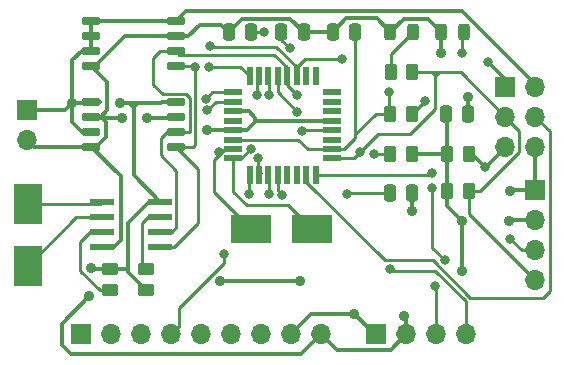
<source format=gtl>
%TF.GenerationSoftware,KiCad,Pcbnew,7.0.11*%
%TF.CreationDate,2024-06-17T21:40:26+05:30*%
%TF.ProjectId,Atmega328p_board,41746d65-6761-4333-9238-705f626f6172,1*%
%TF.SameCoordinates,Original*%
%TF.FileFunction,Copper,L1,Top*%
%TF.FilePolarity,Positive*%
%FSLAX46Y46*%
G04 Gerber Fmt 4.6, Leading zero omitted, Abs format (unit mm)*
G04 Created by KiCad (PCBNEW 7.0.11) date 2024-06-17 21:40:26*
%MOMM*%
%LPD*%
G01*
G04 APERTURE LIST*
G04 Aperture macros list*
%AMRoundRect*
0 Rectangle with rounded corners*
0 $1 Rounding radius*
0 $2 $3 $4 $5 $6 $7 $8 $9 X,Y pos of 4 corners*
0 Add a 4 corners polygon primitive as box body*
4,1,4,$2,$3,$4,$5,$6,$7,$8,$9,$2,$3,0*
0 Add four circle primitives for the rounded corners*
1,1,$1+$1,$2,$3*
1,1,$1+$1,$4,$5*
1,1,$1+$1,$6,$7*
1,1,$1+$1,$8,$9*
0 Add four rect primitives between the rounded corners*
20,1,$1+$1,$2,$3,$4,$5,0*
20,1,$1+$1,$4,$5,$6,$7,0*
20,1,$1+$1,$6,$7,$8,$9,0*
20,1,$1+$1,$8,$9,$2,$3,0*%
G04 Aperture macros list end*
%TA.AperFunction,SMDPad,CuDef*%
%ADD10RoundRect,0.250000X-0.262500X-0.450000X0.262500X-0.450000X0.262500X0.450000X-0.262500X0.450000X0*%
%TD*%
%TA.AperFunction,SMDPad,CuDef*%
%ADD11R,2.400000X3.500000*%
%TD*%
%TA.AperFunction,SMDPad,CuDef*%
%ADD12R,3.500000X2.400000*%
%TD*%
%TA.AperFunction,SMDPad,CuDef*%
%ADD13RoundRect,0.073750X-0.911250X-0.221250X0.911250X-0.221250X0.911250X0.221250X-0.911250X0.221250X0*%
%TD*%
%TA.AperFunction,SMDPad,CuDef*%
%ADD14RoundRect,0.068750X-0.206250X-0.666250X0.206250X-0.666250X0.206250X0.666250X-0.206250X0.666250X0*%
%TD*%
%TA.AperFunction,SMDPad,CuDef*%
%ADD15RoundRect,0.068750X-0.666250X-0.206250X0.666250X-0.206250X0.666250X0.206250X-0.666250X0.206250X0*%
%TD*%
%TA.AperFunction,SMDPad,CuDef*%
%ADD16RoundRect,0.150000X-0.650000X-0.150000X0.650000X-0.150000X0.650000X0.150000X-0.650000X0.150000X0*%
%TD*%
%TA.AperFunction,SMDPad,CuDef*%
%ADD17RoundRect,0.250000X0.262500X0.450000X-0.262500X0.450000X-0.262500X-0.450000X0.262500X-0.450000X0*%
%TD*%
%TA.AperFunction,SMDPad,CuDef*%
%ADD18RoundRect,0.250000X0.450000X-0.262500X0.450000X0.262500X-0.450000X0.262500X-0.450000X-0.262500X0*%
%TD*%
%TA.AperFunction,SMDPad,CuDef*%
%ADD19RoundRect,0.250000X-0.450000X0.262500X-0.450000X-0.262500X0.450000X-0.262500X0.450000X0.262500X0*%
%TD*%
%TA.AperFunction,ComponentPad*%
%ADD20R,1.700000X1.700000*%
%TD*%
%TA.AperFunction,ComponentPad*%
%ADD21O,1.700000X1.700000*%
%TD*%
%TA.AperFunction,SMDPad,CuDef*%
%ADD22RoundRect,0.243750X-0.243750X-0.456250X0.243750X-0.456250X0.243750X0.456250X-0.243750X0.456250X0*%
%TD*%
%TA.AperFunction,SMDPad,CuDef*%
%ADD23RoundRect,0.250000X0.250000X0.475000X-0.250000X0.475000X-0.250000X-0.475000X0.250000X-0.475000X0*%
%TD*%
%TA.AperFunction,SMDPad,CuDef*%
%ADD24RoundRect,0.250000X-0.250000X-0.475000X0.250000X-0.475000X0.250000X0.475000X-0.250000X0.475000X0*%
%TD*%
%TA.AperFunction,ViaPad*%
%ADD25C,0.900000*%
%TD*%
%TA.AperFunction,ViaPad*%
%ADD26C,0.800000*%
%TD*%
%TA.AperFunction,Conductor*%
%ADD27C,0.350000*%
%TD*%
%TA.AperFunction,Conductor*%
%ADD28C,0.250000*%
%TD*%
G04 APERTURE END LIST*
D10*
%TO.P,R4,1*%
%TO.N,Net-(D1-A)*%
X152655900Y-84531200D03*
%TO.P,R4,2*%
%TO.N,/SCK*%
X154480900Y-84531200D03*
%TD*%
D11*
%TO.P,Y2,1,1*%
%TO.N,Net-(U4-X2)*%
X121920000Y-100898000D03*
%TO.P,Y2,2,2*%
%TO.N,Net-(U4-X1)*%
X121920000Y-95698000D03*
%TD*%
D12*
%TO.P,Y1,1,1*%
%TO.N,Net-(U3-PB7)*%
X146008400Y-97790000D03*
%TO.P,Y1,2,2*%
%TO.N,Net-(U3-PB6)*%
X140808400Y-97790000D03*
%TD*%
D13*
%TO.P,U4,1,X1*%
%TO.N,Net-(U4-X1)*%
X128208000Y-95504000D03*
%TO.P,U4,2,X2*%
%TO.N,Net-(U4-X2)*%
X128208000Y-96774000D03*
%TO.P,U4,3,~{INTA}*%
%TO.N,Net-(U4-~{INTA})*%
X128208000Y-98044000D03*
%TO.P,U4,4,GND*%
%TO.N,GND*%
X128208000Y-99314000D03*
%TO.P,U4,5,SDA*%
%TO.N,/SDA*%
X133158000Y-99314000D03*
%TO.P,U4,6,SCL*%
%TO.N,/SCK*%
X133158000Y-98044000D03*
%TO.P,U4,7,SQW/~INT*%
%TO.N,Net-(U4-SQW{slash}~INT)*%
X133158000Y-96774000D03*
%TO.P,U4,8,VCC*%
%TO.N,/VCC*%
X133158000Y-95504000D03*
%TD*%
D14*
%TO.P,U3,9,PD5*%
%TO.N,/D5*%
X140710000Y-93197000D03*
%TO.P,U3,10,PD6*%
%TO.N,/D6*%
X141510000Y-93197000D03*
%TO.P,U3,11,PD7*%
%TO.N,/D7*%
X142310000Y-93197000D03*
%TO.P,U3,12,PB0*%
%TO.N,/D8*%
X143110000Y-93197000D03*
%TO.P,U3,13,PB1*%
%TO.N,unconnected-(U3-PB1-Pad13)*%
X143910000Y-93197000D03*
%TO.P,U3,14,PB2*%
%TO.N,unconnected-(U3-PB2-Pad14)*%
X144710000Y-93197000D03*
%TO.P,U3,15,PB3*%
%TO.N,/MOSI*%
X145510000Y-93197000D03*
%TO.P,U3,16,PB4*%
%TO.N,/MISO*%
X146310000Y-93197000D03*
%TO.P,U3,25,PC2*%
%TO.N,unconnected-(U3-PC2-Pad25)*%
X146310000Y-84857000D03*
%TO.P,U3,26,PC3*%
%TO.N,unconnected-(U3-PC3-Pad26)*%
X145510000Y-84857000D03*
%TO.P,U3,27,PC4*%
%TO.N,/SDA*%
X144710000Y-84857000D03*
%TO.P,U3,28,PC5*%
%TO.N,/SCK*%
X143910000Y-84857000D03*
%TO.P,U3,29,PC6/~{RESET}*%
%TO.N,/RESET*%
X143110000Y-84857000D03*
%TO.P,U3,30,PD0*%
%TO.N,/RX*%
X142310000Y-84857000D03*
%TO.P,U3,31,PD1*%
%TO.N,/TX*%
X141510000Y-84857000D03*
%TO.P,U3,32,PD2*%
%TO.N,/D2*%
X140710000Y-84857000D03*
D15*
%TO.P,U3,1,PD3*%
%TO.N,/D3*%
X139340000Y-86227000D03*
%TO.P,U3,2,PD4*%
%TO.N,/D4*%
X139340000Y-87027000D03*
%TO.P,U3,3,GND*%
%TO.N,GND*%
X139340000Y-87827000D03*
%TO.P,U3,4,VCC*%
%TO.N,unconnected-(U3-VCC-Pad4)*%
X139340000Y-88627000D03*
%TO.P,U3,5,GND*%
%TO.N,GND*%
X139340000Y-89427000D03*
%TO.P,U3,6,VCC*%
%TO.N,/VCC*%
X139340000Y-90227000D03*
%TO.P,U3,7,PB6*%
%TO.N,Net-(U3-PB6)*%
X139340000Y-91027000D03*
%TO.P,U3,8,PB7*%
%TO.N,Net-(U3-PB7)*%
X139340000Y-91827000D03*
%TO.P,U3,17,PB5*%
%TO.N,/SCK*%
X147680000Y-91827000D03*
%TO.P,U3,18,AVCC*%
%TO.N,/VCC*%
X147680000Y-91027000D03*
%TO.P,U3,19,ADC6*%
%TO.N,unconnected-(U3-ADC6-Pad19)*%
X147680000Y-90227000D03*
%TO.P,U3,20,AREF*%
%TO.N,Net-(U3-AREF)*%
X147680000Y-89427000D03*
%TO.P,U3,21,GND*%
%TO.N,GND*%
X147680000Y-88627000D03*
%TO.P,U3,22,ADC7*%
%TO.N,unconnected-(U3-ADC7-Pad22)*%
X147680000Y-87827000D03*
%TO.P,U3,23,PC0*%
%TO.N,unconnected-(U3-PC0-Pad23)*%
X147680000Y-87027000D03*
%TO.P,U3,24,PC1*%
%TO.N,unconnected-(U3-PC1-Pad24)*%
X147680000Y-86227000D03*
%TD*%
D16*
%TO.P,U2,1,A0*%
%TO.N,/VCC*%
X127293000Y-87043200D03*
%TO.P,U2,2,A1*%
%TO.N,GND*%
X127293000Y-88313200D03*
%TO.P,U2,3,A2*%
%TO.N,/VCC*%
X127293000Y-89583200D03*
%TO.P,U2,4,GND*%
%TO.N,GND*%
X127293000Y-90853200D03*
%TO.P,U2,5,SDA*%
%TO.N,/SDA*%
X134493000Y-90853200D03*
%TO.P,U2,6,SCL*%
%TO.N,/SCK*%
X134493000Y-89583200D03*
%TO.P,U2,7,WP*%
%TO.N,GND*%
X134493000Y-88313200D03*
%TO.P,U2,8,VCC*%
%TO.N,/VCC*%
X134493000Y-87043200D03*
%TD*%
%TO.P,U1,1,A0*%
%TO.N,/VCC*%
X127293000Y-80213200D03*
%TO.P,U1,2,A1*%
X127293000Y-81483200D03*
%TO.P,U1,3,A2*%
X127293000Y-82753200D03*
%TO.P,U1,4,GND*%
%TO.N,GND*%
X127293000Y-84023200D03*
%TO.P,U1,5,SDA*%
%TO.N,/SDA*%
X134493000Y-84023200D03*
%TO.P,U1,6,SCL*%
%TO.N,/SCK*%
X134493000Y-82753200D03*
%TO.P,U1,7,WP*%
%TO.N,GND*%
X134493000Y-81483200D03*
%TO.P,U1,8,VCC*%
%TO.N,/VCC*%
X134493000Y-80213200D03*
%TD*%
D17*
%TO.P,R7,1*%
%TO.N,/VCC*%
X154453200Y-91440000D03*
%TO.P,R7,2*%
%TO.N,/SDA*%
X152628200Y-91440000D03*
%TD*%
D10*
%TO.P,R6,1*%
%TO.N,/VCC*%
X157441300Y-94589600D03*
%TO.P,R6,2*%
%TO.N,/SCK*%
X159266300Y-94589600D03*
%TD*%
%TO.P,R5,1*%
%TO.N,/VCC*%
X152628200Y-88036400D03*
%TO.P,R5,2*%
%TO.N,Net-(D2-A)*%
X154453200Y-88036400D03*
%TD*%
D18*
%TO.P,R3,1*%
%TO.N,/VCC*%
X131937800Y-102995100D03*
%TO.P,R3,2*%
%TO.N,Net-(U4-SQW{slash}~INT)*%
X131937800Y-101170100D03*
%TD*%
D19*
%TO.P,R2,1*%
%TO.N,/VCC*%
X128889800Y-101170100D03*
%TO.P,R2,2*%
%TO.N,Net-(U4-~{INTA})*%
X128889800Y-102995100D03*
%TD*%
D10*
%TO.P,R1,2*%
%TO.N,/RESET*%
X159281500Y-91440000D03*
%TO.P,R1,1*%
%TO.N,/VCC*%
X157456500Y-91440000D03*
%TD*%
D20*
%TO.P,J4,1,Pin_1*%
%TO.N,/MISO*%
X162356800Y-85750400D03*
D21*
%TO.P,J4,2,Pin_2*%
%TO.N,/VCC*%
X164896800Y-85750400D03*
%TO.P,J4,3,Pin_3*%
%TO.N,/SCK*%
X162356800Y-88290400D03*
%TO.P,J4,4,Pin_4*%
%TO.N,/MOSI*%
X164896800Y-88290400D03*
%TO.P,J4,5,Pin_5*%
%TO.N,/RESET*%
X162356800Y-90830400D03*
%TO.P,J4,6,Pin_6*%
%TO.N,GND*%
X164896800Y-90830400D03*
%TD*%
D20*
%TO.P,J3,1,Pin_1*%
%TO.N,/D2*%
X126466600Y-106705400D03*
D21*
%TO.P,J3,2,Pin_2*%
%TO.N,/D3*%
X129006600Y-106705400D03*
%TO.P,J3,3,Pin_3*%
%TO.N,/D4*%
X131546600Y-106705400D03*
%TO.P,J3,4,Pin_4*%
%TO.N,/D5*%
X134086600Y-106705400D03*
%TO.P,J3,5,Pin_5*%
%TO.N,/D6*%
X136626600Y-106705400D03*
%TO.P,J3,6,Pin_6*%
%TO.N,/D7*%
X139166600Y-106705400D03*
%TO.P,J3,7,Pin_7*%
%TO.N,/D8*%
X141706600Y-106705400D03*
%TO.P,J3,8,Pin_8*%
%TO.N,GND*%
X144246600Y-106705400D03*
%TO.P,J3,9,Pin_9*%
%TO.N,/VCC*%
X146786600Y-106705400D03*
%TD*%
D20*
%TO.P,J2,1,Pin_1*%
%TO.N,GND*%
X151384000Y-106730800D03*
D21*
%TO.P,J2,2,Pin_2*%
%TO.N,/VCC*%
X153924000Y-106730800D03*
%TO.P,J2,3,Pin_3*%
%TO.N,/RX*%
X156464000Y-106730800D03*
%TO.P,J2,4,Pin_4*%
%TO.N,/TX*%
X159004000Y-106730800D03*
%TD*%
D20*
%TO.P,J1,1,Pin_1*%
%TO.N,GND*%
X164896800Y-94538800D03*
D21*
%TO.P,J1,2,Pin_2*%
%TO.N,/VCC*%
X164896800Y-97078800D03*
%TO.P,J1,3,Pin_3*%
%TO.N,/SDA*%
X164896800Y-99618800D03*
%TO.P,J1,4,Pin_4*%
%TO.N,/SCK*%
X164896800Y-102158800D03*
%TD*%
D22*
%TO.P,D2,1,K*%
%TO.N,GND*%
X156954500Y-81127600D03*
%TO.P,D2,2,A*%
%TO.N,Net-(D2-A)*%
X158829500Y-81127600D03*
%TD*%
%TO.P,D1,1,K*%
%TO.N,GND*%
X152638800Y-81127600D03*
%TO.P,D1,2,A*%
%TO.N,Net-(D1-A)*%
X154513800Y-81127600D03*
%TD*%
D23*
%TO.P,C5,2*%
%TO.N,GND*%
X147751800Y-81127600D03*
%TO.P,C5,1*%
%TO.N,/VCC*%
X149651800Y-81127600D03*
%TD*%
D24*
%TO.P,C4,2*%
%TO.N,GND*%
X145288000Y-81153000D03*
%TO.P,C4,1*%
%TO.N,Net-(U3-PB7)*%
X143388000Y-81153000D03*
%TD*%
%TO.P,C3,2*%
%TO.N,Net-(U3-PB6)*%
X140838000Y-81153000D03*
%TO.P,C3,1*%
%TO.N,GND*%
X138938000Y-81153000D03*
%TD*%
%TO.P,C2,1*%
%TO.N,Net-(U3-AREF)*%
X152570700Y-94792800D03*
%TO.P,C2,2*%
%TO.N,GND*%
X154470700Y-94792800D03*
%TD*%
%TO.P,C1,2*%
%TO.N,GND*%
X159227600Y-88036400D03*
%TO.P,C1,1*%
%TO.N,/VCC*%
X157327600Y-88036400D03*
%TD*%
D20*
%TO.P,BT1,1,+*%
%TO.N,/VCC*%
X121894600Y-87752000D03*
D21*
%TO.P,BT1,2,-*%
%TO.N,GND*%
X121894600Y-90292000D03*
%TD*%
D25*
%TO.N,/VCC*%
X127314164Y-101118236D03*
%TO.N,GND*%
X138172664Y-102221464D03*
X145018800Y-102209600D03*
X137144800Y-89382600D03*
D26*
%TO.N,Net-(U3-PB7)*%
X140838103Y-91014729D03*
%TO.N,/D6*%
X141462800Y-91795600D03*
%TO.N,/D5*%
X140700800Y-94843600D03*
X138573300Y-99955100D03*
%TO.N,Net-(U3-PB7)*%
X144133853Y-82520547D03*
%TO.N,/SCK*%
X150098800Y-91287600D03*
X144764800Y-86461600D03*
%TO.N,/RESET*%
X160639800Y-92557600D03*
X156194800Y-94335600D03*
X157246058Y-100456157D03*
X144764800Y-87858600D03*
%TO.N,/D8*%
X143494800Y-94945200D03*
%TO.N,/D7*%
X142326400Y-94843600D03*
%TO.N,/D4*%
X137101951Y-87757848D03*
%TO.N,/D3*%
X137039878Y-86759774D03*
%TO.N,/D2*%
X137297200Y-84074000D03*
%TO.N,/VCC*%
X152537200Y-86207600D03*
D25*
X127137200Y-103479600D03*
D26*
%TO.N,/TX*%
X141351797Y-86461600D03*
X152638800Y-101193600D03*
%TO.N,/RX*%
X142351800Y-86461600D03*
%TO.N,/SDA*%
X148574800Y-83413600D03*
X137398800Y-82307600D03*
%TO.N,Net-(U3-PB6)*%
X138094933Y-91284494D03*
X141970800Y-81127600D03*
%TO.N,/RX*%
X156448800Y-102590600D03*
D25*
%TO.N,/VCC*%
X129778800Y-87096600D03*
X125714800Y-87096600D03*
X153781800Y-105130600D03*
X158717836Y-101320600D03*
X158717836Y-97146564D03*
X162671800Y-97129600D03*
%TO.N,GND*%
X149590800Y-105003600D03*
D26*
%TO.N,Net-(U3-AREF)*%
X145145800Y-89509600D03*
X148955800Y-94843600D03*
%TO.N,/MISO*%
X156194800Y-93065600D03*
X160893800Y-83667600D03*
%TO.N,/SDA*%
X162798800Y-98653600D03*
X151241800Y-91414600D03*
D25*
%TO.N,GND*%
X132064800Y-88413819D03*
X129905800Y-88366600D03*
D26*
%TO.N,Net-(D2-A)*%
X158734800Y-82905600D03*
X155559800Y-86969600D03*
%TO.N,/SDA*%
X136128800Y-84048600D03*
D25*
%TO.N,GND*%
X156956800Y-82905600D03*
X159242800Y-86588600D03*
X154470700Y-96294500D03*
X162798800Y-94589600D03*
%TD*%
D27*
%TO.N,/VCC*%
X128889800Y-101170100D02*
X127366028Y-101170100D01*
X127366028Y-101170100D02*
X127314164Y-101118236D01*
X130429000Y-101320600D02*
X130429000Y-101486300D01*
X130429000Y-97282000D02*
X130429000Y-101320600D01*
X130429000Y-101320600D02*
X130278500Y-101170100D01*
X130278500Y-101170100D02*
X128889800Y-101170100D01*
X130429000Y-101486300D02*
X131937800Y-102995100D01*
D28*
%TO.N,Net-(U4-SQW{slash}~INT)*%
X131937800Y-101170100D02*
X131572000Y-100804300D01*
X131572000Y-100804300D02*
X131572000Y-97282000D01*
%TO.N,Net-(U4-~{INTA})*%
X128208000Y-98044000D02*
X127223000Y-98044000D01*
X128024300Y-102995100D02*
X128889800Y-102995100D01*
X127223000Y-98044000D02*
X126365000Y-98902000D01*
X126365000Y-98902000D02*
X126365000Y-101335800D01*
X126365000Y-101335800D02*
X128024300Y-102995100D01*
%TO.N,/SCK*%
X150098800Y-91287600D02*
X151622800Y-89763600D01*
X151622800Y-89763600D02*
X154289800Y-89763600D01*
X147680000Y-91827000D02*
X149559400Y-91827000D01*
X149559400Y-91827000D02*
X150098800Y-91287600D01*
D27*
%TO.N,/VCC*%
X121894600Y-87752000D02*
X125059400Y-87752000D01*
X125059400Y-87752000D02*
X125714800Y-87096600D01*
D28*
%TO.N,/RESET*%
X159281500Y-91440000D02*
X159522200Y-91440000D01*
X159522200Y-91440000D02*
X160639800Y-92557600D01*
%TO.N,/SCK*%
X135674200Y-89583200D02*
X135668000Y-89577000D01*
X135668000Y-89577000D02*
X135668000Y-86671582D01*
X134493000Y-89583200D02*
X135674200Y-89583200D01*
X132572800Y-83286600D02*
X133106200Y-82753200D01*
X135668000Y-86671582D02*
X135364618Y-86368200D01*
X135364618Y-86368200D02*
X133368400Y-86368200D01*
X133368400Y-86368200D02*
X132572800Y-85572600D01*
X132572800Y-85572600D02*
X132572800Y-83286600D01*
X133106200Y-82753200D02*
X134493000Y-82753200D01*
D27*
%TO.N,GND*%
X145006936Y-102221464D02*
X145018800Y-102209600D01*
X138172664Y-102221464D02*
X145006936Y-102221464D01*
D28*
%TO.N,/D5*%
X138573300Y-99955100D02*
X138573300Y-100654100D01*
X138573300Y-100654100D02*
X134731800Y-104495600D01*
X134731800Y-104495600D02*
X134731800Y-106060200D01*
X134731800Y-106060200D02*
X134086600Y-106705400D01*
D27*
%TO.N,GND*%
X132064800Y-88413819D02*
X134392381Y-88413819D01*
X134392381Y-88413819D02*
X134493000Y-88313200D01*
%TO.N,/VCC*%
X130921800Y-87096600D02*
X130540800Y-87096600D01*
X130540800Y-87096600D02*
X129778800Y-87096600D01*
X130921800Y-87477600D02*
X130540800Y-87096600D01*
X130921800Y-87477600D02*
X130921800Y-87096600D01*
X130921800Y-93267800D02*
X130921800Y-87477600D01*
X133207800Y-87096600D02*
X131302800Y-87096600D01*
X130921800Y-87477600D02*
X131302800Y-87096600D01*
X131302800Y-87096600D02*
X130921800Y-87096600D01*
X133158000Y-95504000D02*
X130921800Y-93267800D01*
X134493000Y-87043200D02*
X133261200Y-87043200D01*
X133261200Y-87043200D02*
X133207800Y-87096600D01*
%TO.N,GND*%
X137189200Y-89427000D02*
X137144800Y-89382600D01*
X139340000Y-89427000D02*
X137189200Y-89427000D01*
%TO.N,/VCC*%
X158717836Y-101320600D02*
X158717836Y-97146564D01*
D28*
%TO.N,Net-(U3-PB7)*%
X139340000Y-91827000D02*
X140025832Y-91827000D01*
X140025832Y-91827000D02*
X140838103Y-91014729D01*
%TO.N,/D6*%
X141462800Y-91795600D02*
X141462800Y-93149800D01*
X141462800Y-93149800D02*
X141510000Y-93197000D01*
%TO.N,/D5*%
X140700800Y-94843600D02*
X140700800Y-93206200D01*
X140700800Y-93206200D02*
X140710000Y-93197000D01*
X140675000Y-93162000D02*
X140710000Y-93197000D01*
%TO.N,/VCC*%
X147680000Y-91027000D02*
X147048748Y-91027000D01*
X147048748Y-91027000D02*
X147042148Y-91033600D01*
X147042148Y-91033600D02*
X145644495Y-91033600D01*
X145644495Y-91033600D02*
X144837895Y-90227000D01*
X144837895Y-90227000D02*
X139340000Y-90227000D01*
%TO.N,Net-(U3-PB7)*%
X143388000Y-81153000D02*
X143388000Y-81774694D01*
X143388000Y-81774694D02*
X144133853Y-82520547D01*
D27*
%TO.N,GND*%
X141208800Y-88747600D02*
X141271800Y-88684600D01*
X141271800Y-88684600D02*
X147622400Y-88684600D01*
X147622400Y-88684600D02*
X147680000Y-88627000D01*
X135519200Y-81483200D02*
X136509800Y-80492600D01*
X136509800Y-80492600D02*
X138277600Y-80492600D01*
X134493000Y-81483200D02*
X135519200Y-81483200D01*
X138277600Y-80492600D02*
X138938000Y-81153000D01*
D28*
%TO.N,/SCK*%
X143910000Y-84857000D02*
X143910000Y-85606800D01*
X143910000Y-85606800D02*
X144764800Y-86461600D01*
%TO.N,/RESET*%
X160639800Y-92557600D02*
X160639800Y-92547400D01*
X160639800Y-92547400D02*
X162356800Y-90830400D01*
X156194800Y-99404899D02*
X156194800Y-94335600D01*
X157246058Y-100456157D02*
X156194800Y-99404899D01*
%TO.N,/MOSI*%
X164896800Y-88290400D02*
X166121800Y-89515400D01*
X159371196Y-103606600D02*
X156233196Y-100468600D01*
X166121800Y-89515400D02*
X166121800Y-103077600D01*
X165592800Y-103606600D02*
X159371196Y-103606600D01*
X166121800Y-103077600D02*
X165592800Y-103606600D01*
X156233196Y-100468600D02*
X152150348Y-100468600D01*
X152150348Y-100468600D02*
X145510000Y-93828252D01*
X145510000Y-93828252D02*
X145510000Y-93197000D01*
%TO.N,Net-(U3-AREF)*%
X148955800Y-94843600D02*
X149006600Y-94792800D01*
X149006600Y-94792800D02*
X152570700Y-94792800D01*
X145145800Y-89509600D02*
X145228400Y-89427000D01*
X145228400Y-89427000D02*
X147680000Y-89427000D01*
%TO.N,/RESET*%
X143110000Y-86203800D02*
X144764800Y-87858600D01*
X143110000Y-84857000D02*
X143110000Y-86203800D01*
%TO.N,/D8*%
X143494800Y-94945200D02*
X143110000Y-94560400D01*
X143110000Y-94560400D02*
X143110000Y-93197000D01*
%TO.N,/D7*%
X142326400Y-94843600D02*
X142326400Y-93213400D01*
X142326400Y-93213400D02*
X142310000Y-93197000D01*
%TO.N,/D6*%
X141674764Y-93032236D02*
X141510000Y-93197000D01*
%TO.N,/D4*%
X137101951Y-87757848D02*
X137832799Y-87027000D01*
X137832799Y-87027000D02*
X139340000Y-87027000D01*
%TO.N,/SCK*%
X133207800Y-91541600D02*
X134518000Y-92851800D01*
X134518000Y-92851800D02*
X134518000Y-97669000D01*
X134518000Y-97669000D02*
X134143000Y-98044000D01*
X134143000Y-98044000D02*
X133158000Y-98044000D01*
%TO.N,/D3*%
X137039878Y-86759774D02*
X137572652Y-86227000D01*
X137572652Y-86227000D02*
X139340000Y-86227000D01*
%TO.N,/SDA*%
X136128800Y-84048600D02*
X136118000Y-84059400D01*
X136118000Y-84059400D02*
X136118000Y-89390604D01*
X135928200Y-90853200D02*
X134493000Y-90853200D01*
X136118000Y-89390604D02*
X136124200Y-89396804D01*
X136124200Y-89396804D02*
X136124200Y-90657200D01*
X136124200Y-90657200D02*
X135928200Y-90853200D01*
%TO.N,/D2*%
X137297200Y-84074000D02*
X139927000Y-84074000D01*
X139927000Y-84074000D02*
X140710000Y-84857000D01*
%TO.N,/VCC*%
X152537200Y-87945400D02*
X152628200Y-88036400D01*
X152537200Y-86207600D02*
X152537200Y-87945400D01*
D27*
X146786600Y-106705400D02*
X145084800Y-108407200D01*
X145084800Y-108407200D02*
X126172000Y-108407200D01*
X126172000Y-108407200D02*
X126121200Y-108356400D01*
X124800400Y-107589200D02*
X124800400Y-105821600D01*
X126121200Y-108356400D02*
X125567600Y-108356400D01*
X125567600Y-108356400D02*
X124800400Y-107589200D01*
X124800400Y-105821600D02*
X127137200Y-103484800D01*
X127137200Y-103484800D02*
X127137200Y-103479600D01*
X146786600Y-106705400D02*
X148087000Y-108005800D01*
X148087000Y-108005800D02*
X152649000Y-108005800D01*
X152649000Y-108005800D02*
X153924000Y-106730800D01*
%TO.N,GND*%
X144246600Y-106705400D02*
X145948400Y-105003600D01*
X145948400Y-105003600D02*
X149590800Y-105003600D01*
D28*
%TO.N,/TX*%
X159004000Y-104120495D02*
X159004000Y-103875800D01*
X152765800Y-101320600D02*
X152638800Y-101193600D01*
X156448800Y-101320600D02*
X152765800Y-101320600D01*
X159004000Y-103875800D02*
X156448800Y-101320600D01*
X141351797Y-86461600D02*
X141351797Y-85015203D01*
X141351797Y-85015203D02*
X141510000Y-84857000D01*
X159004000Y-106730800D02*
X159004000Y-104120495D01*
%TO.N,/RX*%
X142351800Y-86461600D02*
X142351800Y-84898800D01*
X142351800Y-84898800D02*
X142310000Y-84857000D01*
%TO.N,/SDA*%
X145418400Y-83413600D02*
X148574800Y-83413600D01*
X148828800Y-83413600D02*
X148574800Y-83413600D01*
X144710000Y-84122000D02*
X145418400Y-83413600D01*
X144710000Y-84122000D02*
X142985600Y-82397600D01*
X144710000Y-84857000D02*
X144710000Y-84122000D01*
X137398800Y-82397600D02*
X137398800Y-82307600D01*
X142985600Y-82397600D02*
X137398800Y-82397600D01*
%TO.N,Net-(U3-PB6)*%
X141970800Y-81127600D02*
X140863400Y-81127600D01*
X140863400Y-81127600D02*
X140838000Y-81153000D01*
%TO.N,/SCK*%
X143910000Y-84857000D02*
X143910000Y-84122000D01*
X143910000Y-84122000D02*
X142820600Y-83032600D01*
X142820600Y-83032600D02*
X134772400Y-83032600D01*
X134772400Y-83032600D02*
X134493000Y-82753200D01*
%TO.N,/RX*%
X156464000Y-102605800D02*
X156448800Y-102590600D01*
X156464000Y-106730800D02*
X156464000Y-102605800D01*
D27*
%TO.N,/VCC*%
X153781800Y-105130600D02*
X153924000Y-105272800D01*
X153924000Y-105272800D02*
X153924000Y-106730800D01*
X125714800Y-87096600D02*
X125714800Y-88747600D01*
X125714800Y-88747600D02*
X126550400Y-89583200D01*
X126550400Y-89583200D02*
X127293000Y-89583200D01*
X125714800Y-87096600D02*
X127239600Y-87096600D01*
X127239600Y-87096600D02*
X127293000Y-87043200D01*
X127293000Y-82753200D02*
X126493001Y-82753200D01*
X126493001Y-82753200D02*
X125714800Y-83531401D01*
X125714800Y-83531401D02*
X125714800Y-87096600D01*
X158717836Y-97146564D02*
X157441300Y-95870028D01*
X164896800Y-97078800D02*
X162722600Y-97078800D01*
X162722600Y-97078800D02*
X162671800Y-97129600D01*
X157441300Y-95870028D02*
X157441300Y-94589600D01*
%TO.N,GND*%
X151384000Y-106730800D02*
X151318000Y-106730800D01*
X151318000Y-106730800D02*
X149590800Y-105003600D01*
D28*
%TO.N,/SCK*%
X156448800Y-87604600D02*
X156448800Y-84810600D01*
X156448800Y-84531200D02*
X156728200Y-84531200D01*
X156728200Y-84531200D02*
X156956800Y-84531200D01*
X156448800Y-84810600D02*
X156728200Y-84531200D01*
X156169400Y-84531200D02*
X156448800Y-84531200D01*
X155813800Y-84531200D02*
X156169400Y-84531200D01*
X156169400Y-84531200D02*
X156448800Y-84810600D01*
X156448800Y-84683600D02*
X156448800Y-84531200D01*
X156448800Y-84810600D02*
X156448800Y-84683600D01*
X156448800Y-84683600D02*
X156575800Y-84683600D01*
X156956800Y-84531200D02*
X158597600Y-84531200D01*
X154480900Y-84531200D02*
X155813800Y-84531200D01*
%TO.N,/VCC*%
X149651800Y-89790200D02*
X149651800Y-90083600D01*
X149651800Y-90083600D02*
X148708400Y-91027000D01*
X148708400Y-91027000D02*
X147680000Y-91027000D01*
D27*
X164896800Y-85750400D02*
X164896800Y-85511600D01*
X164896800Y-85511600D02*
X158734800Y-79349600D01*
X158734800Y-79349600D02*
X135356600Y-79349600D01*
X135356600Y-79349600D02*
X134493000Y-80213200D01*
D28*
%TO.N,/MISO*%
X156194800Y-93065600D02*
X156063400Y-93197000D01*
X156063400Y-93197000D02*
X146310000Y-93197000D01*
%TO.N,/SCK*%
X154289800Y-89763600D02*
X156448800Y-87604600D01*
%TO.N,/MISO*%
X162356800Y-85130600D02*
X160893800Y-83667600D01*
X162356800Y-85750400D02*
X162356800Y-85130600D01*
%TO.N,/SDA*%
X163764000Y-99618800D02*
X162798800Y-98653600D01*
X164896800Y-99618800D02*
X163764000Y-99618800D01*
X151267200Y-91440000D02*
X151241800Y-91414600D01*
X152628200Y-91440000D02*
X151267200Y-91440000D01*
%TO.N,/SCK*%
X133207800Y-91541600D02*
X133207800Y-90068401D01*
X133207800Y-90068401D02*
X133693001Y-89583200D01*
X133693001Y-89583200D02*
X134493000Y-89583200D01*
%TO.N,/SDA*%
X134493000Y-90853200D02*
X136382800Y-92743000D01*
X136382800Y-92743000D02*
X136382800Y-97256600D01*
X136382800Y-97256600D02*
X134325400Y-99314000D01*
X134325400Y-99314000D02*
X133158000Y-99314000D01*
D27*
%TO.N,GND*%
X129905800Y-88366600D02*
X127346400Y-88366600D01*
X127346400Y-88366600D02*
X127293000Y-88313200D01*
X141208800Y-88747600D02*
X140529400Y-89427000D01*
X140529400Y-89427000D02*
X139340000Y-89427000D01*
X140669200Y-87827000D02*
X141208800Y-88366600D01*
X139340000Y-87827000D02*
X140669200Y-87827000D01*
X141208800Y-88366600D02*
X141208800Y-88747600D01*
D28*
%TO.N,Net-(D2-A)*%
X158734800Y-81222300D02*
X158829500Y-81127600D01*
X154453200Y-88036400D02*
X154493000Y-88036400D01*
X158734800Y-82905600D02*
X158734800Y-81222300D01*
X154493000Y-88036400D02*
X155559800Y-86969600D01*
%TO.N,/SDA*%
X136128800Y-84048600D02*
X136255800Y-84175600D01*
X136103400Y-84023200D02*
X136128800Y-84048600D01*
X134493000Y-84023200D02*
X136103400Y-84023200D01*
D27*
%TO.N,GND*%
X127293000Y-88313200D02*
X128092999Y-88313200D01*
X128092999Y-88313200D02*
X128518000Y-88738201D01*
X128518000Y-88738201D02*
X128518000Y-90008400D01*
X128518000Y-90008400D02*
X127673200Y-90853200D01*
X127673200Y-90853200D02*
X127293000Y-90853200D01*
X156954500Y-82903300D02*
X156956800Y-82905600D01*
X156954500Y-81127600D02*
X156954500Y-82903300D01*
X159227600Y-86603800D02*
X159242800Y-86588600D01*
X159227600Y-88036400D02*
X159227600Y-86603800D01*
X154470700Y-94792800D02*
X154470700Y-96294500D01*
X154543800Y-96367600D02*
X154470700Y-96294500D01*
X162849600Y-94538800D02*
X162798800Y-94589600D01*
X164896800Y-94538800D02*
X162849600Y-94538800D01*
X164896800Y-90830400D02*
X164896800Y-94538800D01*
D28*
%TO.N,/SCK*%
X158597600Y-84531200D02*
X162356800Y-88290400D01*
%TO.N,Net-(D1-A)*%
X152655900Y-84531200D02*
X152655900Y-82985500D01*
X152655900Y-82985500D02*
X154513800Y-81127600D01*
D27*
%TO.N,GND*%
X152638800Y-81127600D02*
X153763800Y-80002600D01*
X153763800Y-80002600D02*
X155829500Y-80002600D01*
X155829500Y-80002600D02*
X156954500Y-81127600D01*
X147751800Y-81127600D02*
X148901800Y-79977600D01*
X148901800Y-79977600D02*
X151488800Y-79977600D01*
X151488800Y-79977600D02*
X152638800Y-81127600D01*
D28*
%TO.N,/SCK*%
X159266300Y-94589600D02*
X160259301Y-94589600D01*
X163560800Y-91288101D02*
X163560800Y-89494400D01*
X160259301Y-94589600D02*
X163560800Y-91288101D01*
X163560800Y-89494400D02*
X162356800Y-88290400D01*
X159266300Y-94589600D02*
X159266300Y-96528300D01*
X159266300Y-96528300D02*
X164896800Y-102158800D01*
D27*
%TO.N,/VCC*%
X157456500Y-91440000D02*
X157456500Y-94574400D01*
X157456500Y-94574400D02*
X157441300Y-94589600D01*
X154453200Y-91440000D02*
X157456500Y-91440000D01*
D28*
X152628200Y-88036400D02*
X151405600Y-88036400D01*
X151405600Y-88036400D02*
X149651800Y-89790200D01*
X149651800Y-81127600D02*
X149651800Y-89790200D01*
D27*
%TO.N,GND*%
X147751800Y-81127600D02*
X145313400Y-81127600D01*
X145313400Y-81127600D02*
X145288000Y-81153000D01*
%TO.N,/VCC*%
X157456500Y-91440000D02*
X157456500Y-88165300D01*
X157456500Y-88165300D02*
X157327600Y-88036400D01*
D28*
%TO.N,/RESET*%
X161747200Y-91440000D02*
X162356800Y-90830400D01*
D27*
%TO.N,GND*%
X156954500Y-81127600D02*
X156954500Y-81188800D01*
X159176800Y-87985600D02*
X159227600Y-88036400D01*
D28*
%TO.N,/SCK*%
X154188500Y-84531200D02*
X154480900Y-84531200D01*
D27*
%TO.N,GND*%
X145288000Y-81153000D02*
X144138000Y-80003000D01*
X144138000Y-80003000D02*
X140088000Y-80003000D01*
X140088000Y-80003000D02*
X138938000Y-81153000D01*
D28*
%TO.N,Net-(U3-PB7)*%
X139340000Y-94636000D02*
X140462000Y-95758000D01*
X139340000Y-91827000D02*
X139340000Y-94636000D01*
X143976400Y-95758000D02*
X146008400Y-97790000D01*
X140462000Y-95758000D02*
X143976400Y-95758000D01*
%TO.N,Net-(U3-PB6)*%
X140808400Y-97790000D02*
X137668000Y-94649600D01*
X137668000Y-94649600D02*
X137668000Y-91964000D01*
X138605000Y-91027000D02*
X139340000Y-91027000D01*
X137668000Y-91964000D02*
X138605000Y-91027000D01*
D27*
%TO.N,/VCC*%
X130429000Y-97282000D02*
X132207000Y-95504000D01*
D28*
%TO.N,Net-(U4-SQW{slash}~INT)*%
X131572000Y-97282000D02*
X132080000Y-96774000D01*
X132080000Y-96774000D02*
X133158000Y-96774000D01*
%TO.N,Net-(U4-~{INTA})*%
X127127000Y-98044000D02*
X128208000Y-98044000D01*
D27*
%TO.N,GND*%
X129794000Y-98713000D02*
X129794000Y-93354200D01*
X129794000Y-93354200D02*
X127293000Y-90853200D01*
X129193000Y-99314000D02*
X129794000Y-98713000D01*
X128208000Y-99314000D02*
X129193000Y-99314000D01*
D28*
%TO.N,Net-(U4-X2)*%
X121920000Y-100898000D02*
X126044000Y-96774000D01*
X126044000Y-96774000D02*
X128208000Y-96774000D01*
%TO.N,Net-(U4-X1)*%
X121920000Y-95698000D02*
X128014000Y-95698000D01*
X128014000Y-95698000D02*
X128208000Y-95504000D01*
D27*
%TO.N,GND*%
X134493000Y-81483200D02*
X130180328Y-81483200D01*
X127640328Y-84023200D02*
X127293000Y-84023200D01*
X130180328Y-81483200D02*
X127640328Y-84023200D01*
X138607800Y-81483200D02*
X138938000Y-81153000D01*
X121894600Y-90292000D02*
X122455800Y-90853200D01*
X122455800Y-90853200D02*
X127293000Y-90853200D01*
X128092999Y-88313200D02*
X128664200Y-87741999D01*
X128664200Y-87741999D02*
X128664200Y-85394400D01*
X128664200Y-85394400D02*
X127293000Y-84023200D01*
%TO.N,/VCC*%
X127293000Y-89583200D02*
X126493001Y-89583200D01*
X128064200Y-87043200D02*
X127293000Y-87043200D01*
X127293000Y-80213200D02*
X134493000Y-80213200D01*
X127293000Y-81483200D02*
X127293000Y-82753200D01*
X127293000Y-80213200D02*
X127293000Y-81483200D01*
%TD*%
M02*

</source>
